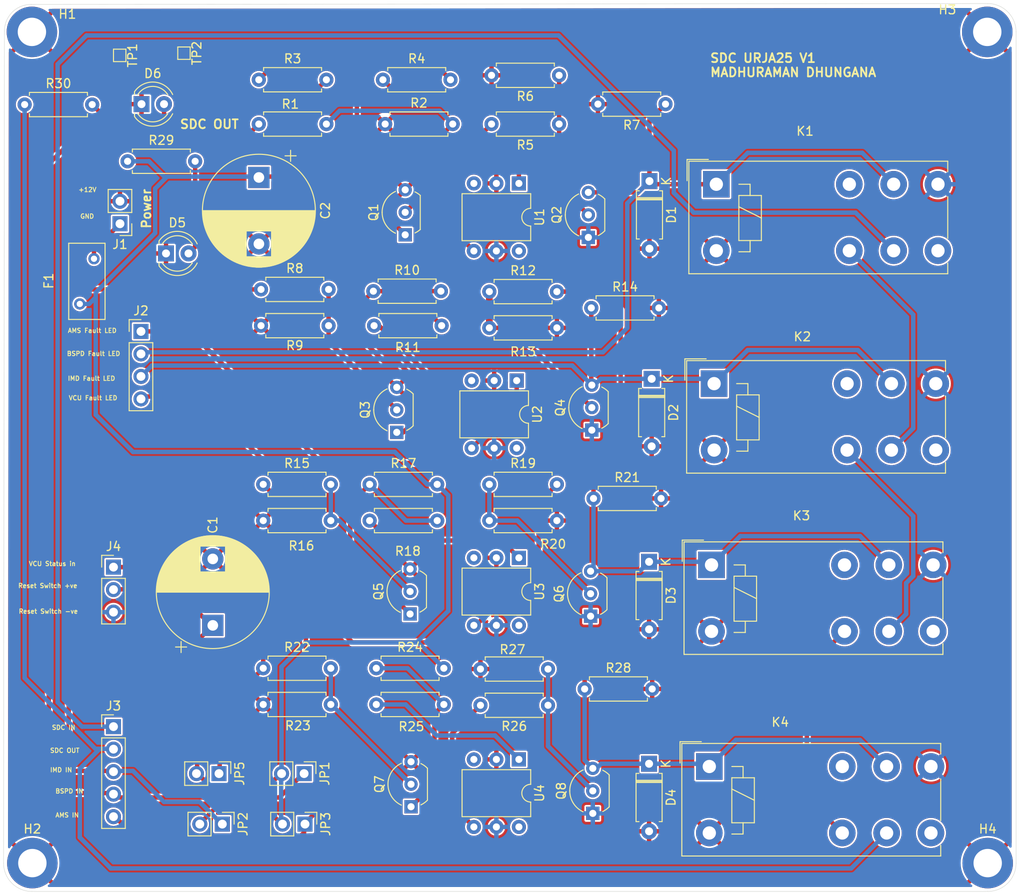
<source format=kicad_pcb>
(kicad_pcb (version 20240108) (generator "pcbnew") (generator_version "8.0")
  (layers (0 "F.Cu" signal) (31 "B.Cu" signal) (34 "B.Paste" user) (35 "F.Paste" user) (36 "B.SilkS" user "B.Silkscreen") (37 "F.SilkS" user "F.Silkscreen") (38 "B.Mask" user) (39 "F.Mask" user) (44 "Edge.Cuts" user))
  (net 0 "")
  (net 1 "Reset Switch +Ve")
  (net 2 "Reset Switch -Ve")
  (net 3 "GND")
  (net 4 "BSPD Fault Led")
  (net 5 "IMD Fault LED")
  (net 6 "AMS Fault Led")
  (net 7 "VCU Fault Led")
  (net 8 "SDC OUT")
  (net 9 "SDC IN")
  (net 10 "AMS Status In")
  (net 11 "IMD Status IN")
  (net 12 "BSPD Status in")
  (net 13 "VCU Status IN")
  (net 15 "Net-(K1-Pad22)")
  (net 19 "Net-(K2-Pad22)")
  (net 20 "Net-(K3-Pad22)")
  (net 25 "Net-(Q1-B)")
  (net 26 "Net-(Q1-C)")
  (net 27 "Net-(Q2-B)")
  (net 28 "Net-(Q3-C)")
  (net 29 "Net-(Q3-B)")
  (net 30 "Net-(Q4-B)")
  (net 31 "Net-(Q5-C)")
  (net 32 "Net-(Q5-B)")
  (net 33 "Net-(Q6-B)")
  (net 34 "Net-(Q7-B)")
  (net 35 "Net-(Q7-C)")
  (net 36 "Net-(Q8-B)")
  (net 37 "Net-(R4-Pad1)")
  (net 38 "Net-(R5-Pad2)")
  (net 39 "Net-(R11-Pad1)")
  (net 40 "Net-(R12-Pad2)")
  (net 41 "Net-(R18-Pad1)")
  (net 42 "Net-(R19-Pad2)")
  (net 43 "Net-(R25-Pad1)")
  (net 44 "Net-(R26-Pad2)")
  (net 53 "Net-(D5-A)")
  (net 54 "Net-(D6-A)")
  (net 55 "Net-(J1-Pin_1)")
  (footprint "Relay_THT:Relay_DPDT_Finder_40.52" (layer "F.Cu") (at 192 118.5)
    (property "Reference" "K4")
    (property "Value" "Relay_DPDT")
  )
  (footprint "Package_TO_SOT_THT:TO-92_Inline_Wide" (layer "F.Cu") (at 178.75 80.54 90)
    (property "Reference" "Q4")
    (property "Value" "NPN")
  )
  (footprint "Resistor_THT:R_Axial_DIN0207_L6.3mm_D2.5mm_P7.62mm_Horizontal" (layer "F.Cu") (at 154.44 111.5)
    (property "Reference" "R25")
    (property "Value" "1K")
  )
  (footprint "Connector_PinHeader_2.54mm:PinHeader_1x04_P2.54mm_Vertical" (layer "F.Cu") (at 127.9 69.4)
    (property "Reference" "J2")
    (property "Value" "Conn_01x04_Pin")
  )
  (footprint "Fuse:Fuse_BelFuse_0ZRE0008FF_L8.3mm_W3.8mm" (layer "F.Cu") (at 121 66.3 90)
    (property "Reference" "F1")
    (property "Value" "25 V 500mA")
  )
  (footprint "Relay_THT:Relay_DPDT_Finder_40.52" (layer "F.Cu") (at 192.5425 75.2925)
    (property "Reference" "K2")
    (property "Value" "Relay_DPDT")
  )
  (footprint "LED_THT:LED_D4.0mm" (layer "F.Cu") (at 127.96 43.75)
    (property "Reference" "D6")
    (property "Value" "LED")
  )
  (footprint "Resistor_THT:R_Axial_DIN0207_L6.3mm_D2.5mm_P7.62mm_Horizontal" (layer "F.Cu") (at 167.19 86.66)
    (property "Reference" "R19")
    (property "Value" "1K")
  )
  (footprint "Resistor_THT:R_Axial_DIN0207_L6.3mm_D2.5mm_P7.62mm_Horizontal" (layer "F.Cu") (at 126.39 50.2)
    (property "Reference" "R29")
    (property "Value" "1K")
  )
  (footprint "Package_TO_SOT_THT:TO-92_Inline_Wide" (layer "F.Cu") (at 158.36 123.04 90)
    (property "Reference" "Q7")
    (property "Value" "NPN")
  )
  (footprint "Package_TO_SOT_THT:TO-92_Inline_Wide" (layer "F.Cu") (at 178.61 101.54 90)
    (property "Reference" "Q6")
    (property "Value" "NPN")
  )
  (footprint "Connector_PinHeader_2.54mm:PinHeader_1x02_P2.54mm_Vertical" (layer "F.Cu") (at 136.7 119.3 -90)
    (property "Reference" "JP5")
    (property "Value" "Jumper_2_Open")
  )
  (footprint "Resistor_THT:R_Axial_DIN0207_L6.3mm_D2.5mm_P7.62mm_Horizontal" (layer "F.Cu") (at 187.06 43.75 180)
    (property "Reference" "R7")
    (property "Value" "10K")
  )
  (footprint "Package_DIP:DIP-6_W7.62mm" (layer "F.Cu") (at 170.525 94.95 -90)
    (property "Reference" "U3")
    (property "Value" "4N25")
  )
  (footprint "Resistor_THT:R_Axial_DIN0207_L6.3mm_D2.5mm_P7.62mm_Horizontal" (layer "F.Cu") (at 167.19 69)
    (property "Reference" "R13")
    (property "Value" "10K")
  )
  (footprint "Diode_THT:D_A-405_P7.62mm_Horizontal" (layer "F.Cu") (at 185.2075 95.3975 -90)
    (property "Reference" "D3")
    (property "Value" "D")
  )
  (footprint "Resistor_THT:R_Axial_DIN0207_L6.3mm_D2.5mm_P7.62mm_Horizontal" (layer "F.Cu") (at 153.69 90.75)
    (property "Reference" "R18")
    (property "Value" "1K")
  )
  (footprint "Connector_PinHeader_2.54mm:PinHeader_1x03_P2.54mm_Vertical" (layer "F.Cu") (at 124.8 96)
    (property "Reference" "J4")
    (property "Value" "Conn_01x03_Pin")
  )
  (footprint "Resistor_THT:R_Axial_DIN0207_L6.3mm_D2.5mm_P7.62mm_Horizontal" (layer "F.Cu") (at 141.69 111.5)
    (property "Reference" "R23")
    (property "Value" "10K")
  )
  (footprint "Relay_THT:Relay_DPDT_Finder_40.52" (layer "F.Cu") (at 192.7925 52.7925)
    (property "Reference" "K1")
    (property "Value" "Relay_DPDT")
  )
  (footprint "Resistor_THT:R_Axial_DIN0207_L6.3mm_D2.5mm_P7.62mm_Horizontal" (layer "F.Cu") (at 141.69 90.75)
    (property "Reference" "R16")
    (property "Value" "10K")
  )
  (footprint "Resistor_THT:R_Axial_DIN0207_L6.3mm_D2.5mm_P7.62mm_Horizontal" (layer "F.Cu") (at 141.44 64.66)
    (property "Reference" "R8")
    (property "Value" "1K")
  )
  (footprint "Diode_THT:D_A-405_P7.62mm_Horizontal" (layer "F.Cu") (at 185.5 74.75 -90)
    (property "Reference" "D2")
    (property "Value" "D")
  )
  (footprint "Connector_PinHeader_2.54mm:PinHeader_1x02_P2.54mm_Vertical" (layer "F.Cu") (at 125.5325 57.25 180)
    (property "Reference" "J1")
    (property "Value" "Conn_01x02_Pin")
  )
  (footprint "MountingHole:MountingHole_3.2mm_M3_ISO7380_Pad" (layer "F.Cu") (at 115.6 35.6)
    (property "Reference" "H1")
    (property "Value" "MountingHole_Pad" (hide yes))
  )
  (footprint "Package_TO_SOT_THT:TO-92_Inline_Wide" (layer "F.Cu") (at 156.75 80.79 90)
    (property "Reference" "Q3")
    (property "Value" "NPN")
  )
  (footprint "Resistor_THT:R_Axial_DIN0207_L6.3mm_D2.5mm_P7.62mm_Horizontal" (layer "F.Cu") (at 114.78 43.8)
    (property "Reference" "R30")
    (property "Value" "1K")
  )
  (footprint "Resistor_THT:R_Axial_DIN0207_L6.3mm_D2.5mm_P7.62mm_Horizontal" (layer "F.Cu") (at 154.11 64.86)
    (property "Reference" "R10")
    (property "Value" "1K")
  )
  (footprint "Capacitor_THT:CP_Radial_D12.5mm_P7.50mm" (layer "F.Cu") (at 136 102.573959 90)
    (property "Reference" "C1")
    (property "Value" "C_Polarized")
  )
  (footprint "MountingHole:MountingHole_3.2mm_M3_ISO7380_Pad" (layer "F.Cu") (at 115.65 129.4)
    (property "Reference" "H2")
    (property "Value" "MountingHole_Pad" (hide yes))
  )
  (footprint "Resistor_THT:R_Axial_DIN0207_L6.3mm_D2.5mm_P7.62mm_Horizontal" (layer "F.Cu") (at 167.19 64.91)
    (property "Reference" "R12")
    (property "Value" "1K")
  )
  (footprint "Connector_PinHeader_2.54mm:PinHeader_1x02_P2.54mm_Vertical" (layer "F.Cu") (at 137.075 125 -90)
    (property "Reference" "JP2")
    (property "Value" "Jumper_2_Open")
  )
  (footprint "Resistor_THT:R_Axial_DIN0207_L6.3mm_D2.5mm_P7.62mm_Horizontal" (layer "F.Cu") (at 153.69 86.66)
    (property "Reference" "R17")
    (property "Value" "1K")
  )
  (footprint "Resistor_THT:R_Axial_DIN0207_L6.3mm_D2.5mm_P7.62mm_Horizontal" (layer "F.Cu") (at 178.69 66.75)
    (property "Reference" "R14")
    (property "Value" "10K")
  )
  (footprint "LED_THT:LED_D4.0mm" (layer "F.Cu") (at 130.725 60.6)
    (property "Reference" "D5")
    (property "Value" "LED")
  )
  (footprint "Resistor_THT:R_Axial_DIN0207_L6.3mm_D2.5mm_P7.62mm_Horizontal" (layer "F.Cu") (at 173.81 107.5 180)
    (property "Reference" "R27")
    (property "Value" "10K")
  )
  (footprint "Resistor_THT:R_Axial_DIN0207_L6.3mm_D2.5mm_P7.62mm_Horizontal" (layer "F.Cu") (at 177.94 109.75)
    (property "Reference" "R28")
    (property "Value" "10K")
  )
  (footprint "TestPoint:TestPoint_Pad_1.0x1.0mm" (layer "F.Cu") (at 125.5 38.25 -90)
    (property "Reference" "TP1")
    (property "Value" "+12V")
  )
  (footprint "Resistor_THT:R_Axial_DIN0207_L6.3mm_D2.5mm_P7.62mm_Horizontal" (layer "F.Cu") (at 173.81 111.59 180)
    (property "Reference" "R26")
    (property "Value" "1K")
  )
  (footprint "Diode_THT:D_A-405_P7.62mm_Horizontal" (layer "F.Cu") (at 185.25 52.44 -90)
    (property "Reference" "D1")
    (property "Value" "D")
  )
  (footprint "Resistor_THT:R_Axial_DIN0207_L6.3mm_D2.5mm_P7.62mm_Horizontal" (layer "F.Cu") (at 167.19 90.75)
    (property "Reference" "R20")
    (property "Value" "10K")
  )
  (footprint "Connector_PinHeader_2.54mm:PinHeader_1x02_P2.54mm_Vertical" (layer "F.Cu") (at 146.3 119.3 -90)
    (property "Reference" "JP1")
    (property "Value" "Jumper_2_Open")
  )
  (footprint "Resistor_THT:R_Axial_DIN0207_L6.3mm_D2.5mm_P7.62mm_Horizontal" (layer "F.Cu") (at 141.69 86.66)
    (property "Reference" "R15")
    (property "Value" "1K")
  )
  (footprint "Resistor_THT:R_Axial_DIN0207_L6.3mm_D2.5mm_P7.62mm_Horizontal" (layer "F.Cu") (at 155.19 41)
    (property "Reference" "R4")
    (property "Value" "1K")
  )
  (footprint "MountingHole:MountingHole_3.2mm_M3_ISO7380_Pad" (layer "F.Cu") (at 223.35 35.6)
    (property "Reference" "H3")
    (property "Value" "MountingHole_Pad" (hide yes))
  )
  (footprint "Resistor_THT:R_Axial_DIN0207_L6.3mm_D2.5mm_P7.62mm_Horizontal" (layer "F.Cu") (at 141.69 107.41)
    (property "Reference" "R22")
    (property "Value" "1K")
  )
  (footprint "Resistor_THT:R_Axial_DIN0207_L6.3mm_D2.5mm_P7.62mm_Horizontal" (layer "F.Cu") (at 175.06 46 180)
    (property "Reference" "R5")
    (property "Value" "1K")
  )
  (footprint "Resistor_THT:R_Axial_DIN0207_L6.3mm_D2.5mm_P7.62mm_Horizontal" (layer "F.Cu") (at 154.44 107.41)
    (property "Reference" "R24")
    (property "Value" "1K")
  )
  (footprint "Resistor_THT:R_Axial_DIN0207_L6.3mm_D2.5mm_P7.62mm_Horizontal" (layer "F.Cu") (at 154.19 68.75)
    (property "Reference" "R11")
    (property "Value" "1K")
  )
  (footprint "Package_DIP:DIP-6_W7.62mm" (layer "F.Cu") (at 170.275 74.95 -90)
    (property "Reference" "U2")
    (property "Value" "4N25")
  )
  (footprint "Package_TO_SOT_THT:TO-92L_Inline_Wide" (layer "F.Cu") (at 157.7 58.5 90)
    (property "Reference" "Q1")
    (property "Value" "NPN")
  )
  (footprint "Connector_PinHeader_2.54mm:PinHeader_1x05_P2.54mm_Vertical" (layer "F.Cu") (at 124.8 114)
    (property "Reference" "J3")
    (property "Value" "Conn_01x05_Pin")
  )
  (footprint "Package_DIP:DIP-6_W7.62mm" (layer "F.Cu") (at 170.525 117.7 -90)
    (property "Reference" "U4")
    (property "Value" "4N25")
  )
  (footprint "Package_TO_SOT_THT:TO-92_Inline_Wide" (layer "F.Cu") (at 178.86 123.79 90)
    (property "Reference" "Q8")
    (property "Value" "NPN")
  )
  (footprint "Resistor_THT:R_Axial_DIN0207_L6.3mm_D2.5mm_P7.62mm_Horizontal" (layer "F.Cu") (at 141.19 46)
    (property "Reference" "R1")
    (property "Value" "1K")
  )
  (footprint "Package_TO_SOT_THT:TO-92_Inline_Wide" (layer "F.Cu") (at 178.36 58.79 90)
    (property "Reference" "Q2")
    (property "Value" "NPN")
  )
  (footprint "Relay_THT:Relay_DPDT_Finder_40.52" (layer "F.Cu") (at 192.25 95.75)
    (property "Reference" "K3")
    (property "Value" "Relay_DPDT")
  )
  (footprint "Resistor_THT:R_Axial_DIN0207_L6.3mm_D2.5mm_P7.62mm_Horizontal" (layer "F.Cu") (at 141.19 41)
    (property "Reference" "R3")
    (property "Value" "1K")
  )
  (footprint "Connector_PinHeader_2.54mm:PinHeader_1x02_P2.54mm_Vertical" (layer "F.Cu") (at 146.4 125 -90)
    (property "Reference" "JP3")
    (property "Value" "Jumper_2_Open")
  )
  (footprint "Resistor_THT:R_Axial_DIN0207_L6.3mm_D2.5mm_P7.62mm_Horizontal" (layer "F.Cu") (at 175.06 40.5 180)
    (property "Reference" "R6")
    (property "Value" "10K")
  )
  (footprint "TestPoint:TestPoint_Pad_1.0x1.0mm" (layer "F.Cu") (at 132.75 38 -90)
    (property "Reference" "TP2")
    (property "Value" "GND")
  )
  (footprint "Resistor_THT:R_Axial_DIN0207_L6.3mm_D2.5mm_P7.62mm_Horizontal" (layer "F.Cu") (at 155.44 46)
    (property "Reference" "R2")
    (property "Value" "10K")
  )
  (footprint "Package_TO_SOT_THT:TO-92_Inline_Wide" (layer "F.Cu") (at 158.25 101.29 90)
    (property "Reference" "Q5")
    (property "Value" "NPN")
  )
  (footprint "Package_DIP:DIP-6_W7.62mm" (layer "F.Cu") (at 170.525 52.7 -90)
    (property "Reference" "U1")
    (property "Value" "4N25")
  )
  (footprint "Resistor_THT:R_Axial_DIN0207_L6.3mm_D2.5mm_P7.62mm_Horizontal" (layer "F.Cu") (at 178.94 88.25)
    (property "Reference" "R21")
    (property "Value" "10K")
  )
  (footprint "Capacitor_THT:CP_Radial_D12.5mm_P7.50mm" (layer "F.Cu") (at 141.2 52.026041 -90)
    (property "Reference" "C2")
    (property "Value" "C_Polarized")
  )
  (footprint "Diode_THT:D_A-405_P7.62mm_Horizontal" (layer "F.Cu") (at 185.2075 118.19 -90)
    (property "Reference" "D4")
    (property "Value" "D")
  )
  (footprint "Resistor_THT:R_Axial_DIN0207_L6.3mm_D2.5mm_P7.62mm_Horizontal" (layer "F.Cu") (at 141.44 68.75)
    (property "Reference" "R9")
    (property "Value" "10K")
  )
  (footprint "MountingHole:MountingHole_3.2mm_M3_ISO7380_Pad" (layer "F.Cu") (at 223.4 129.4)
    (property "Reference" "H4")
    (property "Value" "MountingHole_Pad" (hide yes))
  )
  (gr_arc (start 112.5 35.5) (mid 113.37868 33.37868) (end 115.5 32.5) (stroke (width 0.05)) (layer "Edge.Cuts"))
  (gr_line (start 223.4 32.4) (end 115.5 32.5) (stroke (width 0.05)) (layer "Edge.Cuts"))
  (gr_line (start 115.6 132.6) (end 223.4 132.6) (stroke (width 0.05)) (layer "Edge.Cuts"))
  (gr_arc (start 223.4 32.4) (mid 225.662742 33.337258) (end 226.6 35.6) (stroke (width 0.05)) (layer "Edge.Cuts"))
  (gr_line (start 112.5 35.5) (end 112.4 129.4) (stroke (width 0.05)) (layer "Edge.Cuts"))
  (gr_arc (start 115.6 132.6) (mid 113.337258 131.662742) (end 112.4 129.4) (stroke (width 0.05)) (layer "Edge.Cuts"))
  (gr_line (start 226.6 129.4) (end 226.6 35.6) (stroke (width 0.05)) (layer "Edge.Cuts"))
  (gr_arc (start 226.6 129.4) (mid 225.662742 131.662742) (end 223.4 132.6) (stroke (width 0.05)) (layer "Edge.Cuts"))
  (gr_text "AMS IN\n\n\n\n\n\n\n" (at 118.2 129.11 0) (layer "F.SilkS") (effects (font (size 0.5 0.5) (thickness 0.1)) (justify left bottom)))
  (gr_text "Reset Switch +ve\n\n" (at 114 99.2 0) (layer "F.SilkS") (effects (font (size 0.5 0.5) (thickness 0.1)) (justify left bottom)))
  (gr_text "SDC OUT\n" (at 132.2 46.6 0) (layer "F.SilkS") (effects (font (size 1 1) (thickness 0.2) (bold yes)) (justify left bottom)))
  (gr_text "SDC URJA25 V1\nMADHURAMAN DHUNGANA" (at 192 40.75 0) (layer "F.SilkS") (effects (font (size 1 1) (thickness 0.2) (bold yes)) (justify left bottom)))
  (gr_text "AMS Fault LED" (at 119.6 69.6 0) (layer "F.SilkS") (effects (font (size 0.5 0.5) (thickness 0.1)) (justify left bottom)))
  (gr_text "GND\n" (at 121 56.7 0) (layer "F.SilkS") (effects (font (size 0.5 0.5) (thickness 0.1)) (justify left bottom)))
  (gr_text "+12V\n" (at 120.8 53.7 0) (layer "F.SilkS") (effects (font (size 0.5 0.5) (thickness 0.1)) (justify left bottom)))
  (gr_text "SDC OUT\n\n\n\n" (at 117.6 119.4 0) (layer "F.SilkS") (effects (font (size 0.5 0.5) (thickness 0.1)) (justify left bottom)))
  (gr_text "VCU Status in\n" (at 115.2 95.91 0) (layer "F.SilkS") (effects (font (size 0.5 0.5) (thickness 0.1)) (justify left bottom)))
  (gr_text "SDC IN\n\n\n" (at 117.8 116 0) (layer "F.SilkS") (effects (font (size 0.5 0.5) (thickness 0.1)) (justify left bottom)))
  (gr_text "BSPD IN\n\n\n\n\n\n" (at 118.2 125.6 0) (layer "F.SilkS") (effects (font (size 0.5 0.5) (thickness 0.1)) (justify left bottom)))
  (gr_text "IMD IN\n\n\n\n\n" (at 117.6 122.4 0) (layer "F.SilkS") (effects (font (size 0.5 0.5) (thickness 0.1)) (justify left bottom)))
  (gr_text "Power \n" (at 129.1 57.9 90) (layer "F.SilkS") (effects (font (size 1 1) (thickness 0.2) (bold yes)) (justify left bottom)))
  (gr_text "Reset Switch -ve\n\n" (at 114.06 102.09 0) (layer "F.SilkS") (effects (font (size 0.5 0.5) (thickness 0.1)) (justify left bottom)))
  (gr_text "VCU Fault LED" (at 119.7 77.2 0) (layer "F.SilkS") (effects (font (size 0.5 0.5) (thickness 0.1)) (justify left bottom)))
  (gr_text "IMD Fault LED" (at 119.6 75 0) (layer "F.SilkS") (effects (font (size 0.5 0.5) (thickness 0.1)) (justify left bottom)))
  (gr_text "BSPD Fault LED" (at 119.5 72.2 0) (layer "F.SilkS") (effects (font (size 0.5 0.5) (thickness 0.1)) (justify left bottom)))
  (segment (start 143.75 125) (end 141.75 123) (width 0.5) (layer "F.Cu") (net 1))
  (segment (start 136.25 43) (end 146.81 43) (width 0.5) (layer "F.Cu") (net 1))
  (segment (start 161.73 64.86) (end 160.61 64.86) (width 0.5) (layer "F.Cu") (net 1))
  (segment (start 131.75 98.5) (end 124.8 98.5) (width 0.5) (layer "F.Cu") (net 1))
  (segment (start 134.235 119.25) (end 135.985 121) (width 0.5) (layer "F.Cu") (net 1))
  (segment (start 141.3 51.926041) (end 141.2 52.026041) (width 0.5) (layer "F.Cu") (net 1))
  (segment (start 135.823959 102.573959) (end 131.75 98.5) (width 0.5) (layer "F.Cu") (net 1))
  (segment (start 134.235 119.25) (end 134.235 104.338959) (width 0.5) (layer "F.Cu") (net 1))
  (segment (start 147 42.81) (end 147 51.25) (width 0.5) (layer "F.Cu") (net 1))
  (segment (start 141.96 121) (end 143.71 119.25) (width 0.5) (layer "F.Cu") (net 1))
  (segment (start 136 102.573959) (end 135.823959 102.573959) (width 0.5) (layer "F.Cu") (net 1))
  (segment (start 135.985 121) (end 141.96 121) (width 0.5) (layer "F.Cu") (net 1))
  (segment (start 134.235 104.338959) (end 136 102.573959) (width 0.5) (layer "F.Cu") (net 1))
  (segment (start 146.81 43) (end 147.905 41.905) (width 0.5) (layer "F.Cu") (net 1))
  (segment (start 136.25 40.75) (end 136.25 43) (width 0.5) (layer "F.Cu") (net 1))
  (segment (start 133.5 38) (end 136.25 40.75) (width 0.5) (layer "F.Cu") (net 1))
  (segment (start 147.875 52.125) (end 147.676041 51.926041) (width 0.5) (layer "F.Cu") (net 1))
  (segment (start 148.81 41) (end 147.905 41.905) (width 0.5) (layer "F.Cu") (net 1))
  (segment (start 147.905 41.905) (end 147 42.81) (width 0.5) (layer "F.Cu") (net 1))
  (segment (start 160.61 64.86) (end 147.875 52.125) (width 0.5) (layer "F.Cu") (net 1))
  (segment (start 141.75 123) (end 136.485 123) (width 0.5) (layer "F.Cu") (net 1))
  (segment (start 132.75 38) (end 133.5 38) (width 0.5) (layer "F.Cu") (net 1))
  (segment (start 136.485 123) (end 134.485 125) (width 0.5) (layer "F.Cu") (net 1))
  (segment (start 147.676041 51.926041) (end 141.3 51.926041) (width 0.5) (layer "F.Cu") (net 1))
  (segment (start 147 51.25) (end 147.875 52.125) (width 0.5) (layer "F.Cu") (net 1))
  (segment (start 128.8 50.2) (end 126.39 50.2) (width 0.5) (layer "B.Cu") (net 1))
  (segment (start 143.75 107.25) (end 143.75 119.21) (width 0.5) (layer "B.Cu") (net 1))
  (segment (start 143.75 119.21) (end 143.71 119.25) (width 0.5) (layer "B.Cu") (net 1))
  (segment (start 159.15 104.5) (end 159 104.5) (width 0.5) (layer "B.Cu") (net 1))
  (segment (start 162.06 107.41) (end 159.15 104.5) (width 0.5) (layer "B.Cu") (net 1))
  (segment (start 161.31 86.66) (end 162.56 87.91) (width 0.5) (layer "B.Cu") (net 1))
  (segment (start 162.56 87.91) (end 162.56 100.94) (width 0.5) (layer "B.Cu") (net 1))
  (segment (start 160.17863 86.66) (end 156.51863 83) (width 0.5) (layer "B.Cu") (net 1))
  (segment (start 129.5 58.3) (end 129.5 53.2825) (width 0.5) (layer "B.Cu") (net 1))
  (segment (start 122.8 65.55) (end 122.05 66.3) (width 0.5) (layer "B.Cu") (net 1))
  (segment (start 161.31 86.66) (end 160.17863 86.66) (width 0.5) (layer "B.Cu") (net 1))
  (segment (start 143.71 119.25) (end 143.71 124.96) (width 0.5) (layer "B.Cu") (net 1))
  (segment (start 146.5 104.5) (end 143.75 107.25) (width 0.5) (layer "B.Cu") (net 1))
  (segment (start 156.51863 83) (end 127 83) (width 0.5) (layer "B.Cu") (net 1))
  (segment (start 141.1 51.926041) (end 141.2 52.026041) (width 0.5) (layer "B.Cu") (net 1))
  (segment (start 123.8 64) (end 129.5 58.3) (width 0.5) (layer "B.Cu") (net 1))
  (segment (start 122.05 66.3) (end 121 66.3) (width 0.5) (layer "B.Cu") (net 1))
  (segment (start 127 83) (end 122.8 78.8) (width 0.5) (layer "B.Cu") (net 1))
  (segment (start 130.526041 51.926041) (end 128.8 50.2) (width 0.5) (layer "B.Cu") (net 1))
  (segment (start 130.856459 51.926041) (end 141.1 51.926041) (width 0.5) (layer "B.Cu") (net 1))
  (segment (start 122.8 65) (end 123.8 64) (width 0.5) (layer "B.Cu") (net 1))
  (segment (start 122.8 78.8) (end 122.8 65) (width 0.5) (layer "B.Cu") (net 1))
  (segment (start 130.856459 51.926041) (end 130.526041 51.926041) (width 0.5) (layer "B.Cu") (net 1))
  (segment (start 159 104.5) (end 146.5 104.5) (width 0.5) (layer "B.Cu") (net 1))
  (segment (start 143.71 124.96) (end 143.75 125) (width 0.5) (layer "B.Cu") (net 1))
  (segment (start 129.5 53.2825) (end 130.856459 51.926041) (width 0.5) (layer "B.Cu") (net 1))
  (segment (start 162.56 100.94) (end 159 104.5) (width 0.5) (layer "B.Cu") (net 1))
  (segment (start 220.0425 52.7925) (end 220.25 53) (width 0.5) (layer "B.Cu") (net 2))
  (segment (start 220.25 72.585) (end 217.5425 75.2925) (width 0.5) (layer "B.Cu") (net 2))
  (segment (start 219.2 116.3) (end 217 118.5) (width 0.5) (layer "B.Cu") (net 2))
  (segment (start 220.25 53) (end 220.25 72.585) (width 0.5) (layer "B.Cu") (net 2))
  (segment (start 219.4925 93.5075) (end 217.25 95.75) (width 0.5) (layer "B.Cu") (net 2))
  (segment (start 217.7925 52.7925) (end 220.0425 52.7925) (width 0.5) (layer "B.Cu") (net 2))
  (segment (start 219.4925 77.2425) (end 219.4925 93.5075) (width 0.5) (layer "B.Cu") (net 2))
  (segment (start 217.5425 75.2925) (end 219.4925 77.2425) (width 0.5) (layer "B.Cu") (net 2))
  (segment (start 217.25 95.75) (end 219.2 97.7) (width 0.5) (layer "B.Cu") (net 2))
  (segment (start 219.2 97.7) (end 219.2 116.3) (width 0.5) (layer "B.Cu") (net 2))
  (segment (start 185.25 45.56) (end 187.06 43.75) (width 0.5) (layer "F.Cu") (net 4))
  (segment (start 185.25 52.44) (end 185.25 45.56) (width 0.5) (layer "F.Cu") (net 4))
  (segment (start 183.98 53.71) (end 185.25 52.44) (width 0.5) (layer "F.Cu") (net 4))
  (segment (start 185.25 52.44) (end 185.69 52.44) (width 0.5) (layer "F.Cu") (net 4))
  (segment (start 186.0425 52.7925) (end 192.7925 52.7925) (width 0.5) (layer "F.Cu") (net 4))
  (segment (start 185.69 52.44) (end 186.0425 52.7925) (width 0.5) (layer "F.Cu") (net 4))
  (segment (start 178.36 53.71) (end 183.98 53.71) (width 0.5) (layer "F.Cu") (net 4))
  (segment (start 196.335 49.25) (end 209.25 49.25) (width 0.5) (layer "B.Cu") (net 4))
  (segment (start 127.9 71.94) (end 128.09 71.75) (width 0.5) (layer "B.Cu") (net 4))
  (segment (start 192.7925 52.7925) (end 196.335 49.25) (width 0.5) (layer "B.Cu") (net 4))
  (segment (start 182.75 69) (end 182.75 54.94) (width 0.5) (layer "B.Cu") (net 4))
  (segment (start 182.75 54.94) (end 185.25 52.44) (width 0.5) (layer "B.Cu") (net 4))
  (segment (start 180 71.75) (end 182.75 69) (width 0.5) (layer "B.Cu") (net 4))
  (segment (start 128.09 71.75) (end 180 71.75) (width 0.5) (layer "B.Cu") (net 4))
  (segment (start 209.25 49.25) (end 212.7925 52.7925) (width 0.5) (layer "B.Cu") (net 4))
  (segment (start 178.69 66.75) (end 178.69 75.4) (width 0.5) (layer "F.Cu") (net 5))
  (segment (start 178.69 75.4) (end 178.75 75.46) (width 0.5) (layer "F.Cu") (net 5))
  (segment (start 208.75 71.5) (end 212.5425 75.2925) (width 0.5) (layer "B.Cu") (net 5))
  (segment (start 176.54 73.25) (end 178.75 75.46) (width 0.5) (layer "B.Cu") (net 5))
  (segment (start 179.75 74.75) (end 185.5 74.75) (width 0.5) (layer "B.Cu") (net 5))
  (segment (start 179.04 75.46) (end 179.75 74.75) (width 0.5) (layer "B.Cu") (net 5))
  (segment (start 129.13 73.25) (end 176.54 73.25) (width 0.5) (layer "B.Cu") (net 5))
  (segment (start 178.75 75.46) (end 179.04 75.46) (width 0.5) (layer "B.Cu") (net 5))
  (segment (start 192 74.75) (end 192.5425 75.2925) (width 0.5) (layer "B.Cu") (net 5))
  (segment (start 196.335 71.5) (end 208.75 71.5) (width 0.5) (layer "B.Cu") (net 5))
  (segment (start 127.9 74.48) (end 129.13 73.25) (width 0.5) (layer "B.Cu") (net 5))
  (segment (start 192.5425 75.2925) (end 196.335 71.5) (width 0.5) (layer "B.Cu") (net 5))
  (segment (start 185.5 74.75) (end 192 74.75) (width 0.5) (layer "B.Cu") (net 5))
  (segment (start 176.5 84.25) (end 178.94 86.69) (width 0.5) (layer "F.Cu") (net 6))
  (segment (start 178.94 86.69) (end 178.94 88.25) (width 0.5) (layer "F.Cu") (net 6))
  (segment (start 133.4 69.4) (end 148.25 84.25) (width 0.5) (layer "F.Cu") (net 6))
  (segment (start 127.9 69.4) (end 133.4 69.4) (width 0.5) (layer "F.Cu") (net 6))
  (segment (start 148.25 84.25) (end 176.5 84.25) (width 0.5) (layer "F.Cu") (net 6))
  (segment (start 178.94 88.25) (end 178.94 96.13) (width 0.5) (layer "B.Cu") (net 6))
  (segment (start 185.2075 95.3975) (end 191.8975 95.3975) (width 0.5) (layer "B.Cu") (net 6))
  (segment (start 192.25 95.75) (end 195.5 92.5) (width 0.5) (layer "B.Cu") (net 6))
  (segment (start 191.8975 95.3975) (end 192.25 95.75) (width 0.5) (layer "B.Cu") (net 6))
  (segment (start 209 92.5) (end 212.25 95.75) (width 0.5) (layer "B.Cu") (net 6))
  (segment (start 195.5 92.5) (end 209 92.5) (width 0.5) (layer "B.Cu") (net 6))
  (segment (start 178.61 96.46) (end 184.145 96.46) (width 0.5) (layer "B.Cu") (net 6))
  (segment (start 178.94 96.13) (end 178.61 96.46) (width 0.5) (layer "B.Cu") (net 6))
  (segment (start 184.145 96.46) (end 185.2075 95.3975) (width 0.5) (layer "B.Cu") (net 6))
  (segment (start 134.5 76.75) (end 128.17 76.75) (width 0.5) (layer "F.Cu") (net 7))
  (segment (start 151.75 104.5) (end 147.95 100.7) (width 0.5) (layer "F.Cu") (net 7))
  (segment (start 128.17 76.75) (end 127.9 77.02) (width 0.5) (layer "F.Cu") (net 7))
  (segment (start 147.95 100.7) (end 147.95 90.2) (width 0.5) (layer "F.Cu") (net 7))
  (segment (start 147.95 90.2) (end 134.5 76.75) (width 0.5) (layer "F.Cu") (net 7))
  (segment (start 175.5 104.5) (end 151.75 104.5) (width 0.5) (layer "F.Cu") (net 7))
  (segment (start 177.94 109.75) (end 177.94 106.94) (width 0.5) (layer "F.Cu") (net 7))
  (segment (start 177.94 106.94) (end 175.5 104.5) (width 0.5) (layer "F.Cu") (net 7))
  (segment (start 177.94 109.75) (end 177.94 117.79) (width 0.5) (layer "B.Cu") (net 7))
  (segment (start 177.94 117.79) (end 178.86 118.71) (width 0.5) (layer "B.Cu") (net 7))
  (segment (start 179.29 118.71) (end 179.81 118.19) (width 0.5) (layer "B.Cu") (net 7))
  (segment (start 191.69 118.19) (end 192 118.5) (width 0.5) (layer "B.Cu") (net 7))
  (segment (start 209 115.5) (end 195 115.5) (width 0.5) (layer "B.Cu") (net 7))
  (segment (start 195 115.5) (end 192 118.5) (width 0.5) (layer "B.Cu") (net 7))
  (segment (start 179.81 118.19) (end 185.2075 118.19) (width 0.5) (layer "B.Cu") (net 7))
  (segment (start 178.86 118.71) (end 179.29 118.71) (width 0.5) (layer "B.Cu") (net 7))
  (segment (start 212 118.5) (end 209 115.5) (width 0.5) (layer "B.Cu") (net 7))
  (segment (start 185.2075 118.19) (end 191.69 118.19) (width 0.5) (layer "B.Cu") (net 7))
  (segment (start 124.5 130) (end 208 130) (width 0.5) (layer "B.Cu") (net 8))
  (segment (start 124.8 116.5) (end 123.25 116.5) (width 0.5) (layer "B.Cu") (net 8))
  (segment (start 121 118.75) (end 121 126.5) (width 0.5) (layer "B.Cu") (net 8))
  (segment (start 122.76005 116.5) (end 114.78 108.51995) (width 0.5) (layer "B.Cu") (net 8))
  (segment (start 123.25 116.5) (end 122.76005 116.5) (width 0.5) (layer "B.Cu") (net 8))
  (segment (start 114.78 108.51995) (end 114.78 43.8) (width 0.5) (layer "B.Cu") (net 8))
  (segment (start 123.25 116.5) (end 121 118.75) (width 0.5) (layer "B.Cu") (net 8))
  (segment (start 208 130) (end 212 126) (width 0.5) (layer "B.Cu") (net 8))
  (segment (start 121 126.5) (end 124.5 130) (width 0.5) (layer "B.Cu") (net 8))
  (segment (start 118.5 111.25) (end 118.5 39.25) (width 0.5) (layer "B.Cu") (net 9))
  (segment (start 121.25 114) (end 118.5 111.25) (width 0.5) (layer "B.Cu") (net 9))
  (segment (start 188 49) (end 188 53.75) (width 0.5) (layer "B.Cu") (net 9))
  (segment (start 188 53.75) (end 190.25 56) (width 0.5) (layer "B.Cu") (net 9))
  (segment (start 190.25 56) (end 208.5 56) (width 0.5) (layer "B.Cu") (net 9))
  (segment (start 208.5 56) (end 212.7925 60.2925) (width 0.5) (layer "B.Cu") (net 9))
  (segment (start 175 36) (end 188 49) (width 0.5) (layer "B.Cu") (net 9))
  (segment (start 124.8 114) (end 121.25 114) (width 0.5) (layer "B.Cu") (net 9))
  (segment (start 121.75 36) (end 175 36) (width 0.5) (layer "B.Cu") (net 9))
  (segment (start 118.5 39.25) (end 121.75 36) (width 0.5) (layer "B.Cu") (net 9))
  (segment (start 128.55 127.75) (end 144.5 127.75) (width 0.5) (layer "F.Cu") (net 10))
  (segment (start 149.25 117.75) (end 149.25 122.04) (width 0.5) (layer "F.Cu") (net 10))
  (segment (start 146.5 115) (end 149.25 117.75) (width 0.5) (layer "F.Cu") (net 10))
  (segment (start 141.69 86.66) (end 146.5 91.47) (width 0.5) (layer "F.Cu") (net 10))
  (segment (start 144.5 127.75) (end 146.29 125.96) (width 0.5) (layer "F.Cu") (net 10))
  (segment (start 124.8 124) (end 128.55 127.75) (width 0.5) (layer "F.Cu") (net 10))
  (segment (start 146.29 125.96) (end 146.29 125) (width 0.5) (layer "F.Cu") (net 10))
  (segment (start 149.25 122.04) (end 146.29 125) (width 0.5) (layer "F.Cu") (net 10))
  (segment (start 146.5 91.47) (end 146.5 115) (width 0.5) (layer "F.Cu") (net 10))
  (segment (start 120.54 64.66) (end 141.44 64.66) (width 0.5) (layer "F.Cu") (net 11))
  (segment (start 120.25 119) (end 119.75 118.5) (width 0.5) (layer "F.Cu") (net 11))
  (segment (start 124.8 119) (end 120.25 119) (width 0.5) (layer "F.Cu") (net 11))
  (segment (start 119.75 118.5) (end 119.75 65.45) (width 0.5) (layer "F.Cu") (net 11))
  (segment (start 119.75 65.45) (end 120.54 64.66) (width 0.5) (layer "F.Cu") (net 11))
  (segment (start 127 119) (end 130.5 122.5) (width 0.5) (layer "B.Cu") (net 11))
  (segment (start 124.8 119) (end 127 119) (width 0.5) (layer "B.Cu") (net 11))
  (segment (start 130.5 122.5) (end 134.525 122.5) (width 0.5) (layer "B.Cu") (net 11))
  (segment (start 134.525 122.5) (end 137.025 125) (width 0.5) (layer "B.Cu") (net 11))
  (segment (start 120.5 47.5) (end 117.5 50.5) (width 0.5) (layer "F.Cu") (net 12))
  (segment (start 125.3 122) (end 143.5 122) (width 0.5) (layer "F.Cu") (net 12))
  (segment (start 117.5 50.5) (end 117.5 118.75) (width 0.5) (layer "F.Cu") (net 12))
  (segment (start 143.5 122) (end 146.25 119.25) (width 0.5) (layer "F.Cu") (net 12))
  (segment (start 117.5 118.75) (end 120.25 121.5) (width 0.5) (layer "F.Cu") (net 12))
  (segment (start 141.19 46) (end 139.69 47.5) (width 0.5) (layer "F.Cu") (net 12))
  (segment (start 139.69 47.5) (end 120.5 47.5) (width 0.5) (layer "F.Cu") (net 12))
  (segment (start 124.8 121.5) (end 125.3 122) (width 0.5) (layer "F.Cu") (net 12))
  (segment (start 120.25 121.5) (end 124.8 121.5) (width 0.5) (layer "F.Cu") (net 12))
  (segment (start 136.775 112.325) (end 141.69 107.41) (width 0.5) (layer "F.Cu") (net 13))
  (segment (start 132 96) (end 124.8 96) (width 0.5) (layer "F.Cu") (net 13))
  (segment (start 141.69 103.69) (end 136 98) (width 0.5) (layer "F.Cu") (net 13))
  (segment (start 136 98) (end 134 98) (width 0.5) (layer "F.Cu") (net 13))
  (segment (start 134 98) (end 132 96) (width 0.5) (layer "F.Cu") (net 13))
  (segment (start 136.775 119.25) (end 136.775 112.325) (width 0.5) (layer "F.Cu") (net 13))
  (segment (start 141.69 107.41) (end 141.69 103.69) (width 0.5) (layer "F.Cu") (net 13))
  (segment (start 212.5425 82.7925) (end 215 80.335) (width 0.5) (layer "B.Cu") (net 15))
  (segment (start 215 67.5) (end 207.7925 60.2925) (width 0.5) (layer "B.Cu") (net 15))
  (segment (start 215 80.335) (end 215 67.5) (width 0.5) (layer "B.Cu") (net 15))
  (segment (start 212.25 103.25) (end 214.2 101.3) (width 0.5) (layer "B.Cu") (net 19))
  (segment (start 215 97) (end 215 90.25) (width 0.5) (layer "B.Cu") (net 19))
  (segment (start 215 90.25) (end 207.5425 82.7925) (width 0.5) (layer "B.Cu") (net 19))
  (segment (start 214.2 101.3) (end 214.2 97.8) (width 0.5) (layer "B.Cu") (net 19))
  (segment (start 214.2 97.8) (end 215 97) (width 0.5) (layer "B.Cu") (net 19))
  (segment (start 203 107.5) (end 203 122) (width 0.5) (layer "F.Cu") (net 20))
  (segment (start 207.25 103.25) (end 203 107.5) (width 0.5) (layer "F.Cu") (net 20))
  (segment (start 203 122) (end 207 126) (width 0.5) (layer "F.Cu") (net 20))
  (segment (start 160 53.66) (end 157.7 55.96) (width 0.5) (layer "F.Cu") (net 25))
  (segment (start 163.06 46) (end 160 49.06) (width 0.5) (layer "F.Cu") (net 25))
  (segment (start 160 49.06) (end 160 53.66) (width 0.5) (layer "F.Cu") (net 25))
  (segment (start 161.56 44.5) (end 163.06 46) (width 0.5) (layer "B.Cu") (net 25))
  (segment (start 148.81 46) (end 150.31 44.5) (width 0.5) (layer "B.Cu") (net 25))
  (segment (start 150.31 44.5) (end 161.56 44.5) (width 0.5) (layer "B.Cu") (net 25))
  (segment (start 153.75 39) (end 160.81 39) (width 0.5) (layer "F.Cu") (net 26))
  (segment (start 152.25 53.05) (end 152.25 40.5) (width 0.5) (layer "F.Cu") (net 26))
  (segment (start 143.19 39) (end 153.75 39) (width 0.5) (layer "F.Cu") (net 26))
  (segment (start 141.19 41) (end 143.19 39) (width 0.5) (layer "F.Cu") (net 26))
  (segment (start 160.81 39) (end 162.81 41) (width 0.5) (layer "F.Cu") (net 26))
  (segment (start 157.7 58.5) (end 152.25 53.05) (width 0.5) (layer "F.Cu") (net 26))
  (segment (start 152.25 40.5) (end 153.75 39) (width 0.5) (layer "F.Cu") (net 26))
  (segment (start 178.36 56.25) (end 175.06 52.95) (width 0.5) (layer "F.Cu") (net 27))
  (segment (start 175.06 40.5) (end 175.06 46) (width 0.5) (layer "F.Cu") (net 27))
  (segment (start 175.06 52.95) (end 175.06 46) (width 0.5) (layer "F.Cu") (net 27))
  (segment (start 157.92 64.86) (end 161.81 68.75) (width 0.5) (layer "F.Cu") (net 28))
  (segment (start 152.25 66.72) (end 154.11 64.86) (width 0.5) (layer "F.Cu") (net 28))
  (segment (start 152.25 69.75) (end 152.25 66.72) (width 0.5) (layer "F.Cu") (net 28))
  (segment (start 159 79.27) (end 159 75) (width 0.5) (layer "F.Cu") (net 28))
  (segment (start 157 73) (end 155.5 73) (width 0.5) (layer "F.Cu") (net 28))
  (segment (start 155.5 73) (end 152.25 69.75) (width 0.5) (layer "F.Cu") (net 28))
  (segment (start 157.48 80.79) (end 159 79.27) (width 0.5) (layer "F.Cu") (net 28))
  (segment (start 154.11 64.86) (end 157.92 64.86) (width 0.5) (layer "F.Cu") (net 28))
  (segment (start 159 75) (end 157 73) (width 0.5) (layer "F.Cu") (net 28))
  (segment (start 156.75 80.79) (end 157.48 80.79) (width 0.5) (layer "F.Cu") (net 28))
  (segment (start 149.06 64.66) (end 149.06 68.75) (width 0.5) (layer "F.Cu") (net 29))
  (segment (start 149.06 70.56) (end 149.06 68.75) (width 0.5) (layer "F.Cu") (net 29))
  (segment (start 156.75 78.25) (end 149.06 70.56) (width 0.5) (layer "F.Cu") (net 29))
  (segment (start 167.19 64.91) (end 167.19 69) (width 0.75) (layer "F.Cu") (net 30))
  (segment (start 167.19 69) (end 169.75 69) (width 0.5) (layer "F.Cu") (net 30))
  (segment (start 169.75 69) (end 178.75 78) (width 0.5) (layer "F.Cu") (net 30))
  (segment (start 152.6 87.75) (end 153.69 86.66) (width 0.5) (layer "F.Cu") (net 31))
  (segment (start 151.5 88.75) (end 152.5 87.75) (width 0.5) (layer "F.Cu") (net 31))
  (segment (start 151.5 94.54) (end 151.5 88.75) (width 0.5) (layer "F.Cu") (net 31))
  (segment (start 158.25 101.29) (end 151.5 94.54) (width 0.5) (layer "F.Cu") (net 31))
  (segment (start 152.5 87.75) (end 152.6 87.75) (width 0.5) (layer "F.Cu") (net 31))
  (segment (start 161.31 90.75) (end 157.78 90.75) (width 0.5) (layer "B.Cu") (net 31))
  (segment (start 157.78 90.75) (end 153.69 86.66) (width 0.5) (layer "B.Cu") (net 31))
  (segment (start 150.25 90.75) (end 149.31 90.75) (width 0.5) (layer "B.Cu") (net 32))
  (segment (start 149.31 90.75) (end 149.31 86.66) (width 0.5) (layer "B.Cu") (net 32))
  (segment (start 158.25 98.75) (end 150.25 90.75) (width 0.5) (layer "B.Cu") (net 32))
  (segment (start 178.61 99) (end 170.36 90.75) (width 0.5) (layer "B.Cu") (net 33))
  (segment (start 170.36 90.75) (end 167.19 90.75) (width 0.5) (layer "B.Cu") (net 33))
  (segment (start 167.19 90.75) (end 167.19 86.66) (width 0.5) (layer "B.Cu") (net 33))
  (segment (start 149.31 111.5) (end 149.31 107.41) (width 0.5) (layer "B.Cu") (net 34))
  (segment (start 149.36 111.5) (end 149.31 111.5) (width 0.5) (layer "B.Cu") (net 34))
  (segment (start 158.36 120.5) (end 149.36 111.5) (width 0.5) (layer "B.Cu") (net 34))
  (segment (start 161 120.4) (end 158.36 123.04) (width 0.5) (layer "F.Cu") (net 35))
  (segment (start 162.06 111.5) (end 161 112.56) (width 0.5) (layer "F.Cu") (net 35))
  (segment (start 161 112.56) (end 161 120.4) (width 0.5) (layer "F.Cu") (net 35))
  (segment (start 162.06 111.5) (end 157.97 107.41) (width 0.5) (layer "B.Cu") (net 35))
  (segment (start 157.97 107.41) (end 154.44 107.41) (width 0.5) (layer "B.Cu") (net 35))
  (segment (start 173.81 116.2) (end 178.86 121.25) (width 0.5) (layer "B.Cu") (net 36))
  (segment (start 173.81 111.59) (end 173.81 116.2) (width 0.5) (layer "B.Cu") (net 36))
  (segment (start 173.81 111.59) (end 173.81 107.5) (width 0.5) (layer "B.Cu") (net 36))
  (segment (start 157.44 43.25) (end 155.19 41) (width 0.5) (layer "F.Cu") (net 37))
  (segment (start 170.525 52.7) (end 170.525 45.275) (width 0.5) (layer "F.Cu") (net 37))
  (segment (start 168.5 43.25) (end 157.44 43.25) (width 0.5) (layer "F.Cu") (net 37))
  (segment (start 170.525 45.275) (end 168.5 43.25) (width 0.5) (layer "F.Cu") (net 37))
  (segment (start 162.75 57.625) (end 165.445 60.32) (width 0.5) (layer "F.Cu") (net 38))
  (segment (start 167.44 46) (end 162.75 50.69) (width 0.5) (layer "F.Cu") (net 38))
  (segment (start 162.75 50.69) (end 162.75 57.625) (width 0.5) (layer "F.Cu") (net 38))
  (segment (start 169 78) (end 164 78) (width 0.5) (layer "F.Cu") (net 39))
  (segment (start 170.275 76.725) (end 169 78) (width 0.5) (layer "F.Cu") (net 39))
  (segment (start 164 78) (end 154.75 68.75) (width 0.5) (layer "F.Cu") (net 39))
  (segment (start 154.75 68.75) (end 154.19 68.75) (width 0.5) (layer "F.Cu") (net 39))
  (segment (start 170.275 74.95) (end 170.275 76.725) (width 0.5) (layer "F.Cu") (net 39))
  (segment (start 182 81.25) (end 180.25 83) (width 0.5) (layer "F.Cu") (net 40))
  (segment (start 171 80.75) (end 167.015 80.75) (width 0.5) (layer "F.Cu") (net 40))
  (segment (start 173.25 83) (end 171 80.75) (width 0.5) (layer "F.Cu") (net 40))
  (segment (start 179.91 64.91) (end 182 67) (width 0.5) (layer "F.Cu") (net 40))
  (segment (start 180.25 83) (end 173.25 83) (width 0.5) (layer "F.Cu") (net 40))
  (segment (start 167.015 80.75) (end 165.195 82.57) (width 0.5) (layer "F.Cu") (net 40))
  (segment (start 174.81 64.91) (end 179.91 64.91) (width 0.5) (layer "F.Cu") (net 40))
  (segment (start 182 67) (end 182 81.25) (width 0.5) (layer "F.Cu") (net 40))
  (segment (start 153.69 90.75) (end 155.94 93) (width 0.5) (layer "F.Cu") (net 41))
  (segment (start 155.94 93) (end 168.575 93) (width 0.5) (layer "F.Cu") (net 41))
  (segment (start 168.575 93) (end 170.525 94.95) (width 0.5) (layer "F.Cu") (net 41))
  (segment (start 172.75 95.5) (end 172.75 88.72) (width 0.5) (layer "F.Cu") (net 42))
  (segment (start 165.445 102.57) (end 165.68 102.57) (width 0.5) (layer "F.Cu") (net 42))
  (segment (start 172.75 88.72) (end 174.81 86.66) (width 0.5) (layer "F.Cu") (net 42))
  (segment (start 165.68 102.57) (end 172.75 95.5) (width 0.5) (layer "F.Cu") (net 42))
  (segment (start 154.44 111.5) (end 157.75 111.5) (width 0.5) (layer "B.Cu") (net 43))
  (segment (start 161.25 115) (end 167.825 115) (width 0.5) (layer "B.Cu") (net 43))
  (segment (start 157.75 111.5) (end 161.25 115) (width 0.5) (layer "B.Cu") (net 43))
  (segment (start 167.825 115) (end 170.525 117.7) (width 0.5) (layer "B.Cu") (net 43))
  (segment (start 163 114.78) (end 163 122.875) (width 0.5) (layer "F.Cu") (net 44))
  (segment (start 166.19 111.59) (end 163 114.78) (width 0.5) (layer "F.Cu") (net 44))
  (segment (start 163 122.875) (end 165.445 125.32) (width 0.5) (layer "F.Cu") (net 44))
  (segment (start 134.01 50.2) (end 134.01 59.855) (width 0.5) (layer "F.Cu") (net 53))
  (segment (start 134.01 59.855) (end 133.265 60.6) (width 0.5) (layer "F.Cu") (net 53))
  (segment (start 130.5 45.3) (end 130.5 43.75) (width 0.5) (layer "F.Cu") (net 54))
  (segment (start 124.8 46.2) (end 129.6 46.2) (width 0.5) (layer "F.Cu") (net 54))
  (segment (start 122.4 43.8) (end 124.8 46.2) (width 0.5) (layer "F.Cu") (net 54))
  (segment (start 129.6 46.2) (end 130.5 45.3) (width 0.5) (layer "F.Cu") (net 54))
  (segment (start 125.5325 57.25) (end 122.6 60.1825) (width 0.5) (layer "F.Cu") (net 55))
  (segment (start 122.6 60.1825) (end 122.6 61.2) (width 0.5) (layer "F.Cu") (net 55))
  (zone (net 3) (net_name "GND") (layer "F.Cu") (name "GND") (connect_pads (clearance 0)) (min_thickness 0.25) (fill yes (thermal_gap 0.5) (thermal_bridge_width 0.5))
    (polygon (pts (xy 112.5 32) (xy 227.5 32) (xy 227 133) (xy 112 133)))
  )
  (zone (net 2) (net_name "Reset Switch -Ve") (layer "B.Cu") (name "GND") (priority 1) (connect_pads (clearance 0)) (min_thickness 0.25) (fill yes (thermal_gap 0.5) (thermal_bridge_width 0.5))
    (polygon (pts (xy 112 32) (xy 227 32) (xy 227 133) (xy 112 133)))
  )
)
</source>
